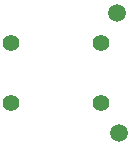
<source format=gbr>
G04 #@! TF.FileFunction,Copper,L2,Bot,Signal*
%FSLAX46Y46*%
G04 Gerber Fmt 4.6, Leading zero omitted, Abs format (unit mm)*
G04 Created by KiCad (PCBNEW 4.0.2+dfsg1-stable) date mar 18 dic 2018 10:10:51 CET*
%MOMM*%
G01*
G04 APERTURE LIST*
%ADD10C,0.100000*%
%ADD11C,1.397000*%
%ADD12C,1.500000*%
G04 APERTURE END LIST*
D10*
D11*
X131020820Y-101455220D03*
X131020820Y-106535220D03*
X123400820Y-101455220D03*
X123400820Y-106535220D03*
D12*
X132476240Y-109049820D03*
X132336540Y-98877120D03*
M02*

</source>
